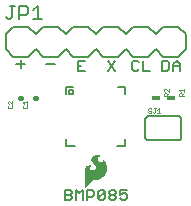
<source format=gbr>
G04 EAGLE Gerber RS-274X export*
G75*
%MOMM*%
%FSLAX34Y34*%
%LPD*%
%INSilkscreen Top*%
%IPPOS*%
%AMOC8*
5,1,8,0,0,1.08239X$1,22.5*%
G01*
%ADD10C,0.152400*%
%ADD11C,0.203200*%
%ADD12C,0.127000*%
%ADD13C,0.406400*%
%ADD14C,0.025400*%
%ADD15R,0.711200X0.406400*%

G36*
X67002Y15776D02*
X67002Y15776D01*
X67007Y15774D01*
X67077Y15810D01*
X67087Y15815D01*
X67087Y15816D01*
X67088Y15816D01*
X71960Y21298D01*
X72813Y22080D01*
X73804Y22669D01*
X74154Y22796D01*
X74522Y22861D01*
X76798Y22861D01*
X76803Y22863D01*
X76809Y22861D01*
X78172Y22985D01*
X78182Y22991D01*
X78195Y22989D01*
X79513Y23357D01*
X79522Y23365D01*
X79535Y23366D01*
X80765Y23966D01*
X80771Y23973D01*
X80782Y23976D01*
X81940Y24793D01*
X81944Y24801D01*
X81954Y24804D01*
X82985Y25776D01*
X82988Y25784D01*
X82993Y25786D01*
X82994Y25788D01*
X82997Y25789D01*
X83881Y26896D01*
X83884Y26906D01*
X83893Y26913D01*
X84839Y28594D01*
X84841Y28605D01*
X84849Y28615D01*
X85477Y30439D01*
X85476Y30450D01*
X85482Y30461D01*
X85771Y32368D01*
X85768Y32379D01*
X85772Y32391D01*
X85770Y32443D01*
X85762Y32695D01*
X85763Y32695D01*
X85762Y32695D01*
X85759Y32821D01*
X85759Y32822D01*
X85751Y33074D01*
X85743Y33327D01*
X85739Y33453D01*
X85731Y33705D01*
X85719Y34084D01*
X85712Y34319D01*
X85707Y34328D01*
X85709Y34340D01*
X85503Y35379D01*
X85497Y35387D01*
X85498Y35398D01*
X85140Y36395D01*
X85133Y36402D01*
X85132Y36413D01*
X84631Y37347D01*
X84622Y37354D01*
X84618Y37366D01*
X83712Y38503D01*
X83700Y38509D01*
X83693Y38522D01*
X82567Y39443D01*
X82525Y39455D01*
X82483Y39471D01*
X82478Y39469D01*
X82473Y39470D01*
X82434Y39449D01*
X82394Y39430D01*
X82392Y39424D01*
X82387Y39422D01*
X82380Y39393D01*
X82361Y39345D01*
X82361Y38465D01*
X82345Y38345D01*
X82301Y38242D01*
X82027Y37902D01*
X81667Y37654D01*
X81492Y37589D01*
X80954Y37531D01*
X80424Y37629D01*
X79936Y37878D01*
X79035Y38529D01*
X78623Y38883D01*
X78272Y39293D01*
X77989Y39751D01*
X77783Y40245D01*
X77723Y40545D01*
X77736Y40848D01*
X77892Y41367D01*
X78178Y41827D01*
X78574Y42197D01*
X79055Y42452D01*
X79544Y42591D01*
X80056Y42648D01*
X80659Y42648D01*
X80660Y42648D01*
X80681Y42657D01*
X80749Y42686D01*
X80785Y42778D01*
X80780Y42787D01*
X80747Y42863D01*
X80744Y42866D01*
X80743Y42867D01*
X80742Y42868D01*
X80722Y42888D01*
X80715Y42891D01*
X80710Y42899D01*
X80275Y43237D01*
X80261Y43241D01*
X80249Y43253D01*
X79744Y43474D01*
X79743Y43474D01*
X79387Y43626D01*
X79160Y43727D01*
X79149Y43728D01*
X79139Y43734D01*
X78262Y43954D01*
X78252Y43953D01*
X78243Y43957D01*
X77342Y44043D01*
X77332Y44039D01*
X77321Y44043D01*
X76452Y43977D01*
X76441Y43971D01*
X76428Y43972D01*
X75588Y43741D01*
X75579Y43733D01*
X75565Y43732D01*
X74785Y43344D01*
X74779Y43336D01*
X74768Y43333D01*
X73991Y42773D01*
X73986Y42766D01*
X73978Y42762D01*
X73282Y42104D01*
X73277Y42093D01*
X73266Y42085D01*
X72834Y41482D01*
X72831Y41467D01*
X72819Y41454D01*
X72552Y40762D01*
X72553Y40746D01*
X72544Y40731D01*
X72458Y39994D01*
X72462Y39979D01*
X72458Y39962D01*
X72558Y39227D01*
X72566Y39214D01*
X72566Y39197D01*
X72846Y38509D01*
X72855Y38500D01*
X72858Y38486D01*
X74044Y36728D01*
X74053Y36723D01*
X74057Y36712D01*
X75509Y35171D01*
X75880Y34736D01*
X76120Y34233D01*
X76222Y33685D01*
X76178Y33129D01*
X75993Y32604D01*
X75678Y32144D01*
X75253Y31779D01*
X74710Y31486D01*
X74123Y31288D01*
X73514Y31191D01*
X72803Y31226D01*
X72124Y31433D01*
X71518Y31798D01*
X71206Y32126D01*
X70999Y32530D01*
X70907Y32946D01*
X70907Y33374D01*
X70999Y33789D01*
X71072Y33927D01*
X71189Y34041D01*
X72014Y34640D01*
X72146Y34711D01*
X72284Y34739D01*
X72442Y34723D01*
X72486Y34737D01*
X72530Y34748D01*
X72532Y34752D01*
X72536Y34753D01*
X72557Y34794D01*
X72580Y34833D01*
X72579Y34837D01*
X72581Y34841D01*
X72565Y34884D01*
X72553Y34928D01*
X72549Y34930D01*
X72548Y34934D01*
X72511Y34953D01*
X72474Y34974D01*
X71991Y35050D01*
X71986Y35049D01*
X71981Y35051D01*
X71041Y35124D01*
X71032Y35121D01*
X71022Y35124D01*
X70082Y35051D01*
X70072Y35046D01*
X70059Y35047D01*
X69360Y34863D01*
X69350Y34855D01*
X69336Y34854D01*
X68688Y34533D01*
X68680Y34524D01*
X68667Y34520D01*
X68096Y34075D01*
X68090Y34064D01*
X68078Y34058D01*
X67609Y33508D01*
X67605Y33496D01*
X67594Y33487D01*
X67193Y32755D01*
X67191Y32742D01*
X67183Y32731D01*
X66942Y31932D01*
X66944Y31919D01*
X66937Y31906D01*
X66868Y31075D01*
X66869Y31069D01*
X66867Y31064D01*
X66867Y15900D01*
X66869Y15895D01*
X66868Y15891D01*
X66888Y15851D01*
X66906Y15809D01*
X66910Y15808D01*
X66913Y15803D01*
X66956Y15790D01*
X66998Y15774D01*
X67002Y15776D01*
G37*
D10*
X49975Y5525D02*
X49975Y14168D01*
X54296Y14168D01*
X55737Y12727D01*
X55737Y11287D01*
X54296Y9846D01*
X55737Y8406D01*
X55737Y6965D01*
X54296Y5525D01*
X49975Y5525D01*
X49975Y9846D02*
X54296Y9846D01*
X59330Y5525D02*
X59330Y14168D01*
X62211Y11287D01*
X65092Y14168D01*
X65092Y5525D01*
X68685Y5525D02*
X68685Y14168D01*
X73007Y14168D01*
X74447Y12727D01*
X74447Y9846D01*
X73007Y8406D01*
X68685Y8406D01*
X78040Y6965D02*
X78040Y12727D01*
X79481Y14168D01*
X82362Y14168D01*
X83802Y12727D01*
X83802Y6965D01*
X82362Y5525D01*
X79481Y5525D01*
X78040Y6965D01*
X83802Y12727D01*
X87395Y12727D02*
X88836Y14168D01*
X91717Y14168D01*
X93158Y12727D01*
X93158Y11287D01*
X91717Y9846D01*
X93158Y8406D01*
X93158Y6965D01*
X91717Y5525D01*
X88836Y5525D01*
X87395Y6965D01*
X87395Y8406D01*
X88836Y9846D01*
X87395Y11287D01*
X87395Y12727D01*
X88836Y9846D02*
X91717Y9846D01*
X96750Y14168D02*
X102513Y14168D01*
X96750Y14168D02*
X96750Y9846D01*
X99632Y11287D01*
X101072Y11287D01*
X102513Y9846D01*
X102513Y6965D01*
X101072Y5525D01*
X98191Y5525D01*
X96750Y6965D01*
D11*
X16072Y120655D02*
X8954Y120655D01*
X12513Y124214D02*
X12513Y117096D01*
X34354Y120655D02*
X41472Y120655D01*
D10*
X61087Y123705D02*
X66849Y123705D01*
X61087Y123705D02*
X61087Y115062D01*
X66849Y115062D01*
X63968Y119384D02*
X61087Y119384D01*
X86487Y123705D02*
X92249Y115062D01*
X86487Y115062D02*
X92249Y123705D01*
X111446Y123705D02*
X112887Y122265D01*
X111446Y123705D02*
X108565Y123705D01*
X107125Y122265D01*
X107125Y116503D01*
X108565Y115062D01*
X111446Y115062D01*
X112887Y116503D01*
X116480Y115062D02*
X116480Y123705D01*
X116480Y115062D02*
X122242Y115062D01*
X132525Y115062D02*
X132525Y123705D01*
X132525Y115062D02*
X136846Y115062D01*
X138287Y116503D01*
X138287Y122265D01*
X136846Y123705D01*
X132525Y123705D01*
X141880Y120824D02*
X141880Y115062D01*
X141880Y120824D02*
X144761Y123705D01*
X147642Y120824D01*
X147642Y115062D01*
X147642Y119384D02*
X141880Y119384D01*
D11*
X51200Y101200D02*
X51200Y95200D01*
X51200Y101200D02*
X57200Y101200D01*
X95200Y101200D02*
X101200Y101200D01*
X101200Y95200D01*
X51200Y57200D02*
X51200Y51200D01*
X58200Y51200D01*
X94200Y51200D02*
X101200Y51200D01*
X101200Y57200D01*
D12*
X53200Y97200D02*
X53202Y97289D01*
X53208Y97378D01*
X53218Y97467D01*
X53232Y97555D01*
X53249Y97642D01*
X53271Y97728D01*
X53297Y97814D01*
X53326Y97898D01*
X53359Y97981D01*
X53395Y98062D01*
X53436Y98142D01*
X53479Y98219D01*
X53526Y98295D01*
X53577Y98368D01*
X53630Y98439D01*
X53687Y98508D01*
X53747Y98574D01*
X53810Y98638D01*
X53875Y98698D01*
X53943Y98756D01*
X54014Y98810D01*
X54087Y98861D01*
X54162Y98909D01*
X54239Y98954D01*
X54318Y98995D01*
X54399Y99032D01*
X54481Y99066D01*
X54565Y99097D01*
X54650Y99123D01*
X54736Y99146D01*
X54823Y99164D01*
X54911Y99179D01*
X55000Y99190D01*
X55089Y99197D01*
X55178Y99200D01*
X55267Y99199D01*
X55356Y99194D01*
X55444Y99185D01*
X55533Y99172D01*
X55620Y99155D01*
X55707Y99135D01*
X55793Y99110D01*
X55877Y99082D01*
X55960Y99050D01*
X56042Y99014D01*
X56122Y98975D01*
X56200Y98932D01*
X56276Y98886D01*
X56350Y98836D01*
X56422Y98783D01*
X56491Y98727D01*
X56558Y98668D01*
X56622Y98606D01*
X56683Y98542D01*
X56742Y98474D01*
X56797Y98404D01*
X56849Y98332D01*
X56898Y98257D01*
X56943Y98181D01*
X56985Y98102D01*
X57023Y98022D01*
X57058Y97940D01*
X57089Y97856D01*
X57117Y97771D01*
X57140Y97685D01*
X57160Y97598D01*
X57176Y97511D01*
X57188Y97422D01*
X57196Y97334D01*
X57200Y97245D01*
X57200Y97155D01*
X57196Y97066D01*
X57188Y96978D01*
X57176Y96889D01*
X57160Y96802D01*
X57140Y96715D01*
X57117Y96629D01*
X57089Y96544D01*
X57058Y96460D01*
X57023Y96378D01*
X56985Y96298D01*
X56943Y96219D01*
X56898Y96143D01*
X56849Y96068D01*
X56797Y95996D01*
X56742Y95926D01*
X56683Y95858D01*
X56622Y95794D01*
X56558Y95732D01*
X56491Y95673D01*
X56422Y95617D01*
X56350Y95564D01*
X56276Y95514D01*
X56200Y95468D01*
X56122Y95425D01*
X56042Y95386D01*
X55960Y95350D01*
X55877Y95318D01*
X55793Y95290D01*
X55707Y95265D01*
X55620Y95245D01*
X55533Y95228D01*
X55444Y95215D01*
X55356Y95206D01*
X55267Y95201D01*
X55178Y95200D01*
X55089Y95203D01*
X55000Y95210D01*
X54911Y95221D01*
X54823Y95236D01*
X54736Y95254D01*
X54650Y95277D01*
X54565Y95303D01*
X54481Y95334D01*
X54399Y95368D01*
X54318Y95405D01*
X54239Y95446D01*
X54162Y95491D01*
X54087Y95539D01*
X54014Y95590D01*
X53943Y95644D01*
X53875Y95702D01*
X53810Y95762D01*
X53747Y95826D01*
X53687Y95892D01*
X53630Y95961D01*
X53577Y96032D01*
X53526Y96105D01*
X53479Y96181D01*
X53436Y96258D01*
X53395Y96338D01*
X53359Y96419D01*
X53326Y96502D01*
X53297Y96586D01*
X53271Y96672D01*
X53249Y96758D01*
X53232Y96845D01*
X53218Y96933D01*
X53208Y97022D01*
X53202Y97111D01*
X53200Y97200D01*
D13*
X25705Y92075D02*
X25095Y92075D01*
D14*
X15110Y85854D02*
X14475Y85219D01*
X14475Y83948D01*
X15110Y83312D01*
X17652Y83312D01*
X18288Y83948D01*
X18288Y85219D01*
X17652Y85854D01*
X15746Y87054D02*
X14475Y88325D01*
X18288Y88325D01*
X18288Y87054D02*
X18288Y89596D01*
D15*
X139700Y92075D03*
D14*
X146809Y93608D02*
X150622Y93608D01*
X146809Y93608D02*
X146809Y95514D01*
X147444Y96150D01*
X148715Y96150D01*
X149351Y95514D01*
X149351Y93608D01*
X149351Y94879D02*
X150622Y96150D01*
X148080Y97350D02*
X146809Y98621D01*
X150622Y98621D01*
X150622Y97350D02*
X150622Y99892D01*
D15*
X127000Y92075D03*
D14*
X134109Y93608D02*
X137922Y93608D01*
X134109Y93608D02*
X134109Y95514D01*
X134744Y96150D01*
X136015Y96150D01*
X136651Y95514D01*
X136651Y93608D01*
X136651Y94879D02*
X137922Y96150D01*
X137922Y97350D02*
X137922Y99892D01*
X137922Y97350D02*
X135380Y99892D01*
X134744Y99892D01*
X134109Y99257D01*
X134109Y97985D01*
X134744Y97350D01*
D11*
X127000Y146050D02*
X133350Y152400D01*
X146050Y152400D01*
X152400Y146050D01*
X152400Y133350D02*
X146050Y127000D01*
X133350Y127000D01*
X127000Y133350D01*
X95250Y152400D02*
X82550Y152400D01*
X95250Y152400D02*
X101600Y146050D01*
X101600Y133350D02*
X95250Y127000D01*
X101600Y146050D02*
X107950Y152400D01*
X120650Y152400D01*
X127000Y146050D01*
X127000Y133350D02*
X120650Y127000D01*
X107950Y127000D01*
X101600Y133350D01*
X57150Y152400D02*
X50800Y146050D01*
X57150Y152400D02*
X69850Y152400D01*
X76200Y146050D01*
X76200Y133350D02*
X69850Y127000D01*
X57150Y127000D01*
X50800Y133350D01*
X76200Y146050D02*
X82550Y152400D01*
X76200Y133350D02*
X82550Y127000D01*
X95250Y127000D01*
X19050Y152400D02*
X6350Y152400D01*
X19050Y152400D02*
X25400Y146050D01*
X25400Y133350D02*
X19050Y127000D01*
X25400Y146050D02*
X31750Y152400D01*
X44450Y152400D01*
X50800Y146050D01*
X50800Y133350D02*
X44450Y127000D01*
X31750Y127000D01*
X25400Y133350D01*
X0Y133350D02*
X0Y146050D01*
X6350Y152400D01*
X0Y133350D02*
X6350Y127000D01*
X19050Y127000D01*
X152400Y133350D02*
X152400Y146050D01*
D12*
X1780Y158623D02*
X-127Y160530D01*
X1780Y158623D02*
X3686Y158623D01*
X5593Y160530D01*
X5593Y170063D01*
X3686Y170063D02*
X7500Y170063D01*
X11567Y170063D02*
X11567Y158623D01*
X11567Y170063D02*
X17287Y170063D01*
X19193Y168156D01*
X19193Y164343D01*
X17287Y162436D01*
X11567Y162436D01*
X23261Y166250D02*
X27074Y170063D01*
X27074Y158623D01*
X23261Y158623D02*
X30887Y158623D01*
D10*
X120650Y56515D02*
X146050Y56515D01*
X148590Y74295D02*
X148588Y74395D01*
X148582Y74494D01*
X148572Y74594D01*
X148559Y74692D01*
X148541Y74791D01*
X148520Y74888D01*
X148495Y74984D01*
X148466Y75080D01*
X148433Y75174D01*
X148397Y75267D01*
X148357Y75358D01*
X148313Y75448D01*
X148266Y75536D01*
X148216Y75622D01*
X148162Y75706D01*
X148105Y75788D01*
X148045Y75867D01*
X147981Y75945D01*
X147915Y76019D01*
X147846Y76091D01*
X147774Y76160D01*
X147700Y76226D01*
X147622Y76290D01*
X147543Y76350D01*
X147461Y76407D01*
X147377Y76461D01*
X147291Y76511D01*
X147203Y76558D01*
X147113Y76602D01*
X147022Y76642D01*
X146929Y76678D01*
X146835Y76711D01*
X146739Y76740D01*
X146643Y76765D01*
X146546Y76786D01*
X146447Y76804D01*
X146349Y76817D01*
X146249Y76827D01*
X146150Y76833D01*
X146050Y76835D01*
X120650Y76835D02*
X120550Y76833D01*
X120451Y76827D01*
X120351Y76817D01*
X120253Y76804D01*
X120154Y76786D01*
X120057Y76765D01*
X119961Y76740D01*
X119865Y76711D01*
X119771Y76678D01*
X119678Y76642D01*
X119587Y76602D01*
X119497Y76558D01*
X119409Y76511D01*
X119323Y76461D01*
X119239Y76407D01*
X119157Y76350D01*
X119078Y76290D01*
X119000Y76226D01*
X118926Y76160D01*
X118854Y76091D01*
X118785Y76019D01*
X118719Y75945D01*
X118655Y75867D01*
X118595Y75788D01*
X118538Y75706D01*
X118484Y75622D01*
X118434Y75536D01*
X118387Y75448D01*
X118343Y75358D01*
X118303Y75267D01*
X118267Y75174D01*
X118234Y75080D01*
X118205Y74984D01*
X118180Y74888D01*
X118159Y74791D01*
X118141Y74692D01*
X118128Y74594D01*
X118118Y74494D01*
X118112Y74395D01*
X118110Y74295D01*
X118110Y59055D02*
X118112Y58955D01*
X118118Y58856D01*
X118128Y58756D01*
X118141Y58658D01*
X118159Y58559D01*
X118180Y58462D01*
X118205Y58366D01*
X118234Y58270D01*
X118267Y58176D01*
X118303Y58083D01*
X118343Y57992D01*
X118387Y57902D01*
X118434Y57814D01*
X118484Y57728D01*
X118538Y57644D01*
X118595Y57562D01*
X118655Y57483D01*
X118719Y57405D01*
X118785Y57331D01*
X118854Y57259D01*
X118926Y57190D01*
X119000Y57124D01*
X119078Y57060D01*
X119157Y57000D01*
X119239Y56943D01*
X119323Y56889D01*
X119409Y56839D01*
X119497Y56792D01*
X119587Y56748D01*
X119678Y56708D01*
X119771Y56672D01*
X119865Y56639D01*
X119961Y56610D01*
X120057Y56585D01*
X120154Y56564D01*
X120253Y56546D01*
X120351Y56533D01*
X120451Y56523D01*
X120550Y56517D01*
X120650Y56515D01*
X146050Y56515D02*
X146150Y56517D01*
X146249Y56523D01*
X146349Y56533D01*
X146447Y56546D01*
X146546Y56564D01*
X146643Y56585D01*
X146739Y56610D01*
X146835Y56639D01*
X146929Y56672D01*
X147022Y56708D01*
X147113Y56748D01*
X147203Y56792D01*
X147291Y56839D01*
X147377Y56889D01*
X147461Y56943D01*
X147543Y57000D01*
X147622Y57060D01*
X147700Y57124D01*
X147774Y57190D01*
X147846Y57259D01*
X147915Y57331D01*
X147981Y57405D01*
X148045Y57483D01*
X148105Y57562D01*
X148162Y57644D01*
X148216Y57728D01*
X148266Y57814D01*
X148313Y57902D01*
X148357Y57992D01*
X148397Y58083D01*
X148433Y58176D01*
X148466Y58270D01*
X148495Y58366D01*
X148520Y58462D01*
X148541Y58559D01*
X148559Y58658D01*
X148572Y58756D01*
X148582Y58856D01*
X148588Y58955D01*
X148590Y59055D01*
X148590Y74295D01*
X118110Y74295D02*
X118110Y59055D01*
X120650Y76835D02*
X146050Y76835D01*
D14*
X123319Y82680D02*
X122684Y83315D01*
X121413Y83315D01*
X120777Y82680D01*
X120777Y82044D01*
X121413Y81409D01*
X122684Y81409D01*
X123319Y80773D01*
X123319Y80138D01*
X122684Y79502D01*
X121413Y79502D01*
X120777Y80138D01*
X124519Y80138D02*
X125155Y79502D01*
X125790Y79502D01*
X126426Y80138D01*
X126426Y83315D01*
X127061Y83315D02*
X125790Y83315D01*
X128261Y82044D02*
X129532Y83315D01*
X129532Y79502D01*
X128261Y79502D02*
X130803Y79502D01*
D13*
X13005Y92075D02*
X12395Y92075D01*
D14*
X2410Y85854D02*
X1775Y85219D01*
X1775Y83948D01*
X2410Y83312D01*
X4952Y83312D01*
X5588Y83948D01*
X5588Y85219D01*
X4952Y85854D01*
X5588Y87054D02*
X5588Y89596D01*
X5588Y87054D02*
X3046Y89596D01*
X2410Y89596D01*
X1775Y88961D01*
X1775Y87690D01*
X2410Y87054D01*
M02*

</source>
